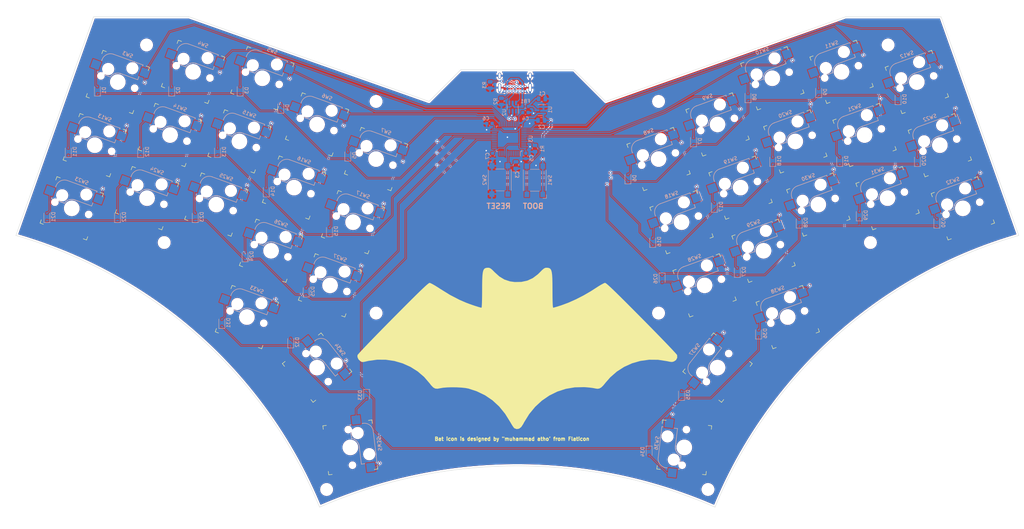
<source format=kicad_pcb>
(kicad_pcb (version 20221018) (generator pcbnew)
  (layers (0 "F.Cu" signal) (31 "B.Cu" signal) (34 "B.Paste" user) (35 "F.Paste" user) (36 "B.SilkS" user "B.Silkscreen") (37 "F.SilkS" user "F.Silkscreen") (38 "B.Mask" user) (39 "F.Mask" user) (44 "Edge.Cuts" user))
  (net 0 "")
  (net 1 "VBUS")
  (net 2 "GND")
  (net 3 "+3.3V")
  (net 4 "RESET")
  (net 5 "Row:1")
  (net 6 "Net-(D1-A)")
  (net 7 "Net-(D2-A)")
  (net 8 "Net-(D3-A)")
  (net 9 "Net-(D4-A)")
  (net 10 "Net-(D5-A)")
  (net 11 "Net-(D6-A)")
  (net 12 "Net-(D7-A)")
  (net 13 "Net-(D8-A)")
  (net 14 "Net-(D9-A)")
  (net 15 "Net-(D10-A)")
  (net 16 "Net-(D11-A)")
  (net 17 "Net-(D12-A)")
  (net 18 "Row:2")
  (net 19 "Net-(D13-A)")
  (net 20 "Net-(D14-A)")
  (net 21 "Net-(D15-A)")
  (net 22 "Net-(D16-A)")
  (net 23 "Net-(D17-A)")
  (net 24 "Net-(D18-A)")
  (net 25 "Net-(D19-A)")
  (net 26 "Net-(D20-A)")
  (net 27 "Net-(D21-A)")
  (net 28 "Net-(D22-A)")
  (net 29 "Net-(D23-A)")
  (net 30 "Net-(D24-A)")
  (net 31 "Row:3")
  (net 32 "Net-(D25-A)")
  (net 33 "Net-(D26-A)")
  (net 34 "Net-(D27-A)")
  (net 35 "Net-(D28-A)")
  (net 36 "Net-(D29-A)")
  (net 37 "Net-(D30-A)")
  (net 38 "Net-(D31-A)")
  (net 39 "Net-(D32-A)")
  (net 40 "Net-(D33-A)")
  (net 41 "Net-(D34-A)")
  (net 42 "Net-(D35-A)")
  (net 43 "Net-(D36-A)")
  (net 44 "Row:4")
  (net 45 "+5V")
  (net 46 "Net-(J1-CC1)")
  (net 47 "D+BUS")
  (net 48 "D-BUS")
  (net 50 "Net-(J1-CC2)")
  (net 52 "BOOT0")
  (net 53 "Col:1")
  (net 54 "Col:2")
  (net 55 "Col:3")
  (net 56 "Col:4")
  (net 57 "Col:5")
  (net 58 "Col:6")
  (net 59 "Col:7")
  (net 60 "Col:8")
  (net 61 "Col:9")
  (net 62 "Col:10")
  (net 63 "D-")
  (net 64 "D+")
  (footprint "keyswitches:Kailh_socket_MX" (layer "F.Cu") (at 63.219 29.43 20)
    (fp_text reference "SW19")
    (fp_text value "SW_SPST")
  )
  (footprint "keyswitches:Kailh_socket_MX" (layer "F.Cu") (at -53.031 57.136 -20)
    (fp_text reference "SW27")
    (fp_text value "SW_SPST")
  )
  (footprint "MountingHole:MountingHole_3.2mm_M3_DIN965" (layer "F.Cu") (at 105 -11)
    (fp_text reference "H3" hide)
    (fp_text value "M3" hide)
  )
  (footprint "keyswitches:Kailh_socket_MX" (layer "F.Cu") (at -72.211 -1.564 -20)
    (fp_text reference "SW5")
    (fp_text value "SW_SPST")
  )
  (footprint "keyswitches:Kailh_socket_MX" (layer "F.Cu") (at 46.515 39.234 20)
    (fp_text reference "SW18")
    (fp_text value "SW_SPST")
  )
  (footprint "keyswitches:Kailh_socket_MX" (layer "F.Cu") (at 113.143 -0.5 20)
    (fp_text reference "SW12")
    (fp_text value "SW_SPST")
  )
  (footprint "keyswitches:Kailh_socket_MX" (layer "F.Cu") (at 72.211 -1.564 20)
    (fp_text reference "SW10")
    (fp_text value "SW_SPST")
  )
  (footprint "MountingHole:MountingHole_3.2mm_M3_DIN965" (layer "F.Cu") (at -100 45)
    (fp_text reference "H8" hide)
    (fp_text value "M3" hide)
  )
  (footprint "keyswitches:Kailh_socket_MX" (layer "F.Cu") (at 91.822 -3.381 20)
    (fp_text reference "SW11")
    (fp_text value "SW_SPST")
  )
  (footprint "keyswitches:Kailh_socket_MX" (layer "F.Cu") (at -63.22 29.43 -20)
    (fp_text reference "SW16")
    (fp_text value "SW_SPST")
  )
  (footprint "keyswitches:Kailh_socket_MX" (layer "F.Cu") (at -91.823 -3.381 -20)
    (fp_text reference "SW4")
    (fp_text value "SW_SPST")
  )
  (footprint "keyswitches:Kailh_socket_MX" (layer "F.Cu") (at -98.338 14.52 -20)
    (fp_text reference "SW14")
    (fp_text value "SW_SPST")
  )
  (footprint "keyswitches:Kailh_socket_MX" (layer "F.Cu") (at -85.242 34.238 -20)
    (fp_text reference "SW25")
    (fp_text value "SW_SPST")
  )
  (footprint "keyswitches:Kailh_socket_MX" (layer "F.Cu") (at 40 21.333 20)
    (fp_text reference "SW8")
    (fp_text value "SW_SPST")
  )
  (footprint "keyswitches:Kailh_socket_MX" (layer "F.Cu") (at -78.695 16.337 -20)
    (fp_text reference "SW15")
    (fp_text value "SW_SPST")
  )
  (footprint "keyswitches:Kailh_socket_MX" (layer "F.Cu") (at 53.031 57.136 20)
    (fp_text reference "SW28")
    (fp_text value "SW_SPST")
  )
  (footprint "keyswitches:Kailh_socket_MX" (layer "F.Cu") (at -113.144 -0.5 -20)
    (fp_text reference "SW3")
    (fp_text value "SW_SPST")
  )
  (footprint "MountingHole:MountingHole_3.2mm_M3_DIN965" (layer "F.Cu") (at -40 65)
    (fp_text reference "H6" hide)
    (fp_text value "M3" hide)
  )
  (footprint "keyswitches:Kailh_socket_MX" (layer "F.Cu") (at 78.726 16.337 20)
    (fp_text reference "SW20")
    (fp_text value "SW_SPST")
  )
  (footprint "MountingHole:MountingHole_3.2mm_M3_DIN965" (layer "F.Cu") (at -105 -11)
    (fp_text reference "H1" hide)
    (fp_text value "M3" hide)
  )
  (footprint "keyswitches:Kailh_socket_MX" (layer "F.Cu") (at -56.704 80.455 -51.59)
    (fp_text reference "SW34")
    (fp_text value "SW_SPST")
  )
  (footprint "keyswitches:Kailh_socket_MX" (layer "F.Cu") (at 76.575 66.125 20)
    (fp_text reference "SW38")
    (fp_text value "SW_SPST")
  )
  (footprint "keyswitches:Kailh_socket_MX" (layer "F.Cu") (at -69.735 47.331 -20)
    (fp_text reference "SW26")
    (fp_text value "SW_SPST")
  )
  (footprint "keyswitches:Kailh_socket_MX" (layer "F.Cu") (at -104.854 32.421 -20)
    (fp_text reference "SW24")
    (fp_text value "SW_SPST")
  )
  (footprint "MountingHole:MountingHole_3.2mm_M3_DIN965" (layer "F.Cu") (at -40 5)
    (fp_text reference "H7" hide)
    (fp_text value "M3" hide)
  )
  (footprint "keyswitches:Kailh_socket_MX" (layer "F.Cu") (at 119.659 17.401 20)
    (fp_text reference "SW22")
    (fp_text value "SW_SPST")
  )
  (footprint "keyswitches:Kailh_socket_MX" (layer "F.Cu") (at -76.576 66.125 -20)
    (fp_text reference "SW33")
    (fp_text value "SW_SPST")
  )
  (footprint "keyswitches:Kailh_socket_MX" (layer "F.Cu") (at 126.174 35.302 20)
    (fp_text reference "SW32")
    (fp_text value "SW_SPST")
  )
  (footprint "keyswitches:Kailh_socket_MX" (layer "F.Cu") (at 56.703 80.455 51.59)
    (fp_text reference "SW37")
    (fp_text value "SW_SPST")
  )
  (footprint "keyswitches:Kailh_socket_MX" (layer "F.Cu") (at 56.704 11.529 20)
    (fp_text reference "SW9")
    (fp_text value "SW_SPST")
  )
  (footprint "keyswitches:Kailh_socket_MX" (layer "F.Cu") (at -56.704 11.529 -20)
    (fp_text reference "SW6")
    (fp_text value "SW_SPST")
  )
  (footprint "keyswitches:Kailh_socket_MX" (layer "F.Cu") (at -40 21.333 -20)
    (fp_text reference "SW7")
    (fp_text value "SW_SPST")
  )
  (footprint "MountingHole:MountingHole_3.2mm_M3_DIN965" (layer "F.Cu") (at 100 45)
    (fp_text reference "H5" hide)
    (fp_text value "M3" hide)
  )
  (footprint "MountingHole:MountingHole_3.2mm_M3_DIN965" (layer "F.Cu") (at 40 65)
    (fp_text reference "H4" hide)
    (fp_text value "M3" hide)
  )
  (footprint "keyswitches:Kailh_socket_MX" (layer "F.Cu") (at 104.853 32.421 20)
    (fp_text reference "SW31")
    (fp_text value "SW_SPST")
  )
  (footprint "keyswitches:Kailh_socket_MX" (layer "F.Cu") (at -119.66 17.401 -20)
    (fp_text reference "SW13")
    (fp_text value "SW_SPST")
  )
  (footprint "keyswitches:Kailh_socket_MX" (layer "F.Cu") (at 85.242 34.238 20)
    (fp_text reference "SW30")
    (fp_text value "SW_SPST")
  )
  (footprint "keyswitches:Kailh_socket_MX" (layer "F.Cu") (at 98.337 14.52 20)
    (fp_text reference "SW21")
    (fp_text value "SW_SPST")
  )
  (footprint "keyswitches:Kailh_socket_MX" (layer "F.Cu") (at 69.735 47.331 20)
    (fp_text reference "SW29")
    (fp_text value "SW_SPST")
  )
  (footprint "MountingHole:MountingHole_3.2mm_M3_DIN965" (layer "F.Cu") (at 40 5)
    (fp_text reference "H2" hide)
    (fp_text value "M3" hide)
  )
  (footprint "Logo:Bat front" (layer "F.Cu") (at 0 75)
    (fp_text reference "G***")
    (fp_text value "LOGO" hide)
  )
  (footprint "keyswitches:Kailh_socket_MX" (layer "F.Cu") (at -47.285 103.072 -83.19)
    (fp_text reference "SW35")
    (fp_text value "SW_SPST")
  )
  (footprint "keyswitches:Kailh_socket_MX" (layer "F.Cu") (at -46.516 39.234 -20)
    (fp_text reference "SW17")
    (fp_text value "SW_SPST")
  )
  (footprint "MountingHole:MountingHole_3.2mm_M3_DIN965" (layer "F.Cu") (at 54 115)
    (fp_text reference "H10" hide)
    (fp_text value "M3" hide)
  )
  (footprint "keyswitches:Kailh_socket_MX" (layer "F.Cu") (at 47.284 103.072 83.19)
    (fp_text reference "SW36")
    (fp_text value "SW_SPST")
  )
  (footprint "keyswitches:Kailh_socket_MX" (layer "F.Cu") (at -126.175 35.302 -20)
    (fp_text reference "SW23")
    (fp_text value "SW_SPST")
  )
  (footprint "MountingHole:MountingHole_3.2mm_M3_DIN965" (layer "F.Cu") (at -54 115)
    (fp_text reference "H9" hide)
    (fp_text value "M3" hide)
  )
  (footprint "Diode_SMD:D_SOD-323" (layer "B.Cu") (at -59.8 58.85 90)
    (fp_text reference "D25")
    (fp_text value "1N5819WS")
  )
  (footprint "Diode_SMD:D_SOD-323" (layer "B.Cu") (at 31.325 26.75 90)
    (fp_text reference "D6")
    (fp_text value "1N5819WS")
  )
  (footprint "Diode_SMD:D_SOD-323" (layer "B.Cu") (at 96.84 37.24 90)
    (fp_text reference "D29")
    (fp_text value "1N5819WS")
  )
  (footprint "Diode_SMD:D_SOD-323" (layer "B.Cu") (at 49.9 16.25 90)
    (fp_text reference "D7")
    (fp_text value "1N5819WS")
  )
  (footprint "Diode_SMD:D_SOD-323" (layer "B.Cu") (at 85.325 2.3125 90)
    (fp_text reference "D9")
    (fp_text value "1N5819WS")
  )
  (footprint "Diode_SMD:D_SOD-323" (layer "B.Cu") (at -133.22125 37.7125 90)
    (fp_text reference "D21")
    (fp_text value "1N5819WS")
  )
  (footprint "Button_Switch_SMD:SW_SPST_Omron_B3FS-100xP" (layer "B.Cu") (at -4.95 27.25 -90)
    (fp_text reference "SW2")
    (fp_text value "B3FS-1002P")
  )
  (footprint "Diode_SMD:D_SOD-323" (layer "B.Cu") (at 107.825 4.3125 90)
    (fp_text reference "D10")
    (fp_text value "1N5819WS")
  )
  (footprint "Resistor_SMD:R_0805_2012Metric" (layer "B.Cu") (at 5 18.35 90)
    (fp_text reference "R1")
    (fp_text value "10k")
  )
  (footprint "Capacitor_SMD:C_0805_2012Metric" (layer "B.Cu") (at -0.4 23.05 90)
    (fp_text reference "C3")
    (fp_text value "1uF")
  )
  (footprint "Capacitor_SMD:C_0603_1608Metric" (layer "B.Cu") (at 2.3 8.15)
    (fp_text reference "C4")
    (fp_text value "100nF")
  )
  (footprint "Diode_SMD:D_SOD-323" (layer "B.Cu") (at 62.325 53.25 90)
    (fp_text reference "D27")
    (fp_text value "1N5819WS")
  )
  (footprint "Package_TO_SOT_SMD:SOT-23-6" (layer "B.Cu") (at -1.322548 6.586744 90)
    (fp_text reference "U2")
    (fp_text value "USBLC6-2SC6")
  )
  (footprint "Diode_SMD:D_SOD-323" (layer "B.Cu") (at 118.825 39.3125 90)
    (fp_text reference "D30")
    (fp_text value "1N5819WS")
  )
  (footprint "Button_Switch_SMD:SW_SPST_Omron_B3FS-100xP" (layer "B.Cu") (at 4.95 27.35 90)
    (fp_text reference "SW1")
    (fp_text value "B3FS-1002P")
  )
  (footprint "Capacitor_SMD:C_0805_2012Metric" (layer "B.Cu") (at 6.977452 4.25)
    (fp_text reference "C1")
    (fp_text value "1uF")
  )
  (footprint "Diode_SMD:D_SOD-323" (layer "B.Cu") (at -127.175 19.25 90)
    (fp_text reference "D11")
    (fp_text value "1N5819WS")
  )
  (footprint "Diode_SMD:D_SOD-323" (layer "B.Cu") (at 79.825 39.3125 90)
    (fp_text reference "D28")
    (fp_text value "1N5819WS")
  )
  (footprint "Diode_SMD:D_SOD-323" (layer "B.Cu") (at 55.825 34.8125 90)
    (fp_text reference "D17")
    (fp_text value "1N5819WS")
  )
  (footprint "Diode_SMD:D_SOD-323" (layer "B.Cu") (at 41 55.25 -90)
    (fp_text reference "D26")
    (fp_text value "1N5819WS")
  )
  (footprint "Diode_SMD:D_SOD-323" (layer "B.Cu") (at -48 20.32 90)
    (fp_text reference "D5")
    (fp_text value "1N5819WS")
  )
  (footprint "Diode_SMD:D_SOD-323" (layer "B.Cu") (at -83.675 67.75 90)
    (fp_text reference "D31")
    (fp_text value "1N5819WS")
  )
  (footprint "Connector_USB:USB_C_Receptacle_GCT_USB4085" (layer "B.Cu") (at -3.672524 2.076744)
    (fp_text reference "J1" hide)
    (fp_text value "USB_C_Receptacle_USB2.0")
  )
  (footprint "Diode_SMD:D_SOD-323" (layer "B.Cu") (at 46.5 88.15 90)
    (fp_text reference "D35")
    (fp_text value "1N5819WS")
  )
  (footprint "Capacitor_SMD:C_0603_1608Metric" (layer "B.Cu") (at -7.9 11.25 180)
    (fp_text reference "C6")
    (fp_text value "100nF")
  )
  (footprint "Diode_SMD:D_SOD-323" (layer "B.Cu") (at -53.2 41.75 90)
    (fp_text reference "D15")
    (fp_text value "1N5819WS")
  )
  (footprint "Diode_SMD:D_SOD-323" (layer "B.Cu") (at -67 6.75 90)
    (fp_text reference "D4")
    (fp_text value "1N5819WS")
  )
  (footprint "Diode_SMD:D_SOD-323" (layer "B.Cu") (at -78.5 1.85 90)
    (fp_text reference "D3")
    (fp_text value "1N5819WS")
  )
  (footprint "Diode_SMD:D_SOD-323" (layer "B.Cu") (at -118.9 1.85 90)
    (fp_text reference "D1")
    (fp_text value "1N5819WS")
  )
  (footprint "Diode_SMD:D_SOD-323" (layer "B.Cu") (at 68.325 70.75 90)
    (fp_text reference "D36")
    (fp_text value "1N5819WS")
  )
  (footprint "Diode_SMD:D_SOD-323" (layer "B.Cu") (at 113.325 21.8125 90)
    (fp_text reference "D20")
    (fp_text value "1N5819WS")
  )
  (footprint "Diode_SMD:D_SOD-323" (layer "B.Cu") (at -97.9 1.85 90)
    (fp_text reference "D2")
    (fp_text value "1N5819WS")
  )
  (footprint "Diode_SMD:D_SOD-323" (layer "B.Cu") (at -106.675 19.25 90)
    (fp_text reference "D12")
    (fp_text value "1N5819WS")
  )
  (footprint "Resistor_SMD:R_0603_1608Metric" (layer "B.Cu") (at 2.2625 6.386744)
    (fp_text reference "FB1")
    (fp_text value "BLM18HE152SH1")
  )
  (footprint "Diode_SMD:D_SOD-323" (layer "B.Cu") (at 38.325 44.75 90)
    (fp_text reference "D16")
    (fp_text value "1N5819WS")
  )
  (footprint "Diode_SMD:D_SOD-323" (layer "B.Cu") (at 65.325 3.75 90)
    (fp_text reference "D8")
    (fp_text value "1N5819WS")
  )
  (footprint "Resistor_SMD:R_0805_2012Metric" (layer "B.Cu") (at -4.5 4.986744 -90)
    (fp_text reference "R2")
    (fp_text value "5.1k")
  )
  (footprint "Diode_SMD:D_SOD-323" (layer "B.Cu") (at -71.1 30.45 90)
    (fp_text reference "D14")
    (fp_text value "1N5819WS")
  )
  (footprint "Capacitor_SMD:C_0805_2012Metric" (layer "B.Cu") (at 6.8 10.35 180)
    (fp_text reference "C2")
    (fp_text value "1uF")
  )
  (footprint "Diode_SMD:D_SOD-323" (layer "B.Cu") (at 37.325 104.3125 -90)
    (fp_text reference "D34")
    (fp_text value "1N5819WS")
  )
  (footprint "Package_QFP:LQFP-48_7x7mm_P0.5mm" (layer "B.Cu") (at -2.322548 15.586744 90)
    (fp_text reference "U3")
    (fp_text value "STM32F072C8Tx")
  )
  (footprint "Capacitor_SMD:C_0603_1608Metric" (layer "B.Cu") (at 2.4 20.45 -90)
    (fp_text reference "C5")
    (fp_text value "100nF")
  )
  (footprint "Diode_SMD:D_SOD-323" (layer "B.Cu") (at -64.175 73.25 90)
    (fp_text reference "D32")
    (fp_text value "1N5819WS")
  )
  (footprint "Capacitor_SMD:C_0603_1608Metric" (layer "B.Cu") (at -7 20.45 -90)
    (fp_text reference "C7")
    (fp_text value "100nF")
  )
  (footprint "Diode_SMD:D_SOD-323" (layer "B.Cu") (at -42.675 88.25 -90)
    (fp_text reference "D33")
    (fp_text value "1N5819WS")
  )
  (footprint "Resistor_SMD:R_0805_2012Metric" (layer "B.Cu") (at -7.7 0.35 -90)
    (fp_text reference "R3")
    (fp_text value "5.1k")
  )
  (footprint "Diode_SMD:D_SOD-323" (layer "B.Cu") (at -91.22125 37.7125 90)
    (fp_text reference "D23")
    (fp_text value "1N5819WS")
  )
  (footprint "Diode_SMD:D_SOD-323" (layer "B.Cu") (at -84.9 19.25 90)
    (fp_text reference "D13")
    (fp_text value "1N5819WS")
  )
  (footprint "Package_TO_SOT_SMD:SOT-23" (layer "B.Cu") (at 6.477452 7.486744 180)
    (fp_text reference "U1")
    (fp_text value "MCP1700x-330xxTT")
  )
  (footprint "Diode_SMD:D_SOD-323" (layer "B.Cu") (at 91.325 21.8125 90)
    (fp_text reference "D19")
    (fp_text value "1N5819WS")
  )
  (footprint "Diode_SMD:D_SOD-323" (layer "B.Cu") (at 72.325 21.8125 90)
    (fp_text reference "D18")
    (fp_text value "1N5819WS")
  )
  (footprint "Diode_SMD:D_SOD-323" (layer "B.Cu") (at -113.22125 37.7125 90)
    (fp_text reference "D22")
    (fp_text value "1N5819WS")
  )
  (footprint "Diode_SMD:D_SOD-323" (layer "B.Cu") (at -77.1 48.85 90)
    (fp_text reference "D24")
    (fp_text value "1N5819WS")
  )
  (gr_line (start -93 -19) (end -120 -19) (stroke (width 0.1)) (layer "Edge.Cuts"))
  (gr_arc (start -56 120) (mid 0 108.305314) (end 56 120) (stroke (width 0.1)) (layer "Edge.Cuts"))
  (gr_line (start 120 -19) (end 142 43) (stroke (width 0.1)) (layer "Edge.Cuts"))
  (gr_line (start 93 -19) (end 120 -19) (stroke (width 0.1)) (layer "Edge.Cuts"))
  (gr_line (start 25 5) (end 16 -4) (stroke (width 0.1)) (layer "Edge.Cuts"))
  (gr_line (start -93 -19) (end -25 5) (stroke (width 0.1)) (layer "Edge.Cuts"))
  (gr_arc (start 56 120) (mid 90.177325 71.646103) (end 142 43) (stroke (width 0.1)) (layer "Edge.Cuts"))
  (gr_line (start -16 -4) (end 16 -4) (stroke (width 0.1)) (layer "Edge.Cuts"))
  (gr_line (start -25 5) (end -16 -4) (stroke (width 0.1)) (layer "Edge.Cuts"))
  (gr_arc (start -142 43) (mid -90.177321 71.646107) (end -56 120) (stroke (width 0.1)) (layer "Edge.Cuts"))
  (gr_line (start -120 -19) (end -142 43) (stroke (width 0.1)) (layer "Edge.Cuts"))
  (gr_line (start 25 5) (end 93 -19) (stroke (width 0.1)) (layer "Edge.Cuts"))
  (gr_text "RESET" (at -1.7 35.55) (layer "B.SilkS") (effects (font (size 1.5 1.5) (thickness 0.3) bold) (justify left bottom mirror)))
  (gr_text "BOOT" (at 7.6 35.55) (layer "B.SilkS") (effects (font (size 1.5 1.5) (thickness 0.3) bold) (justify left bottom mirror)))
  (gr_text "Bat icon is designed by {dblquote}muhammad atho' from Flaticon" (at -1.5 101.25) (layer "F.SilkS") (effects (font (size 1 1) (thickness 0.25) bold) (justify bottom)))
  (segment (start -1.322548 6.010272) (end -0.771076 6.561744) (width 0.5) (layer "B.Cu") (net 1))
  (segment (start 1.427476 -0.363232) (end 1.427476 0.726744) (width 0.5) (layer "B.Cu") (net 1))
  (segment (start -1.322548 5.449244) (end -1.322548 6.010272) (width 0.5) (layer "B.Cu") (net 1))
  (segment (start 1.2625 6.561744) (end 1.4375 6.386744) (width 0.5) (layer "B.Cu") (net 1))
  (segment (start -2.822524 0.726744) (end -2.822524 -0.413232) (width 0.5) (layer "B.Cu") (net 1))
  (segment (start -2.822524 0.726744) (end -2.822524 2.076744) (width 0.5) (layer "B.Cu") (net 1))
  (segment (start -2.822524 -0.413232) (end -1.785756 -1.45) (width 0.5) (layer "B.Cu") (net 1))
  (segment (start -1.785756 -1.45) (end 0.340708 -1.45) (width 0.5) (layer "B.Cu") (net 1))
  (segment (start 1.427476 0.726744) (end 1.427476 2.076744) (width 0.5) (layer "B.Cu") (net 1))
  (segment (start 1.427476 2.076744) (end 1.427476 6.37672) (width 0.5) (layer "B.Cu") (net 1))
  (segment (start -0.771076 6.561744) (end 1.2625 6.561744) (width 0.5) (layer "B.Cu") (net 1))
  (segment (start 0.340708 -1.45) (end 1.427476 -0.363232) (width 0.5) (layer "B.Cu") (net 1))
  (segment (start 1.427476 6.37672) (end 1.4375 6.386744) (width 0.5) (layer "B.Cu") (net 1))
  (segment (start 3.62422 1.1) (end 3.627476 1.096744) (width 0.5) (layer "F.Cu") (net 2))
  (segment (start -5.019268 1.1) (end -5.022524 1.096744) (width 0.5) (layer "F.Cu") (net 2))
  (segment (start -3.672524 0.726744) (end -3.672524 1.085024) (width 0.5) (layer "F.Cu") (net 2))
  (segment (start -3.672524 1.085024) (end -3.6875 1.1) (width 0.5) (layer "F.Cu") (net 2))
  (segment (start 2.277476 2.076744) (end 2.277476 0.726744) (width 0.5) (layer "F.Cu") (net 2))
  (segment (start 2.277476 1.064976) (end 2.3125 1.1) (width 0.5) (layer "F.Cu") (net 2))
  (segment (start 2.3125 1.1) (end 3.62422 1.1) (width 0.5) (layer "F.Cu") (net 2))
  (segment (start 2.277476 0.726744) (end 2.277476 1.064976) (width 0.5) (layer "F.Cu") (net 2))
  (segment (start -3.672524 2.076744) (end -3.672524 0.726744) (width 0.5) (layer "F.Cu") (net 2))
  (segment (start -3.6875 1.1) (end -5.019268 1.1) (width 0.5) (layer "F.Cu") (net 2))
  (via (at -0.6 12.75) (size 0.8) (drill 0.4) (layers "F.Cu" "B.Cu") (net 2))
  (via (at -8.7 13.05) (size 0.8) (drill 0.4) (layers "F.Cu" "B.Cu") (net 2))
  (via (at 4.6 8.35) (size 0.8) (drill 0.4) (layers "F.Cu" "B.Cu") (net 2))
  (via (at -2.8 15.15) (size 0.8) (drill 0.4) (layers "F.Cu" "B.Cu") (net 2))
  (via (at 3.6 17.85) (size 0.8) (drill 0.4) (layers "F.Cu" "B.Cu") (net 2))
  (via (at -4.9 22.05) (size 0.8) (drill 0.4) (layers "F.Cu" "B.Cu") (net 2))
  (via (at 5.3 23.15) (size 0.8) (drill 0.4) (layers "F.Cu" "B.Cu") (net 2))
  (via (at 3.5 11.25) (size 0.8) (drill 0.4) (layers "F.Cu" "B.Cu") (net 2))
  (via (at 1.1 22.05) (size 0.8) (drill 0.4) (layers "F.Cu" "B.Cu") (net 2))
  (via (at -8.8 18.95) (size 0.8) (drill 0.4) (layers "F.Cu" "B.Cu") (net 2))
  (via (at -1.6 8.95) (size 0.8) (drill 0.4) (layers "F.Cu" "B.Cu") (net 2))
  (segment (start -1.6 8.95) (end -1.322548 8.672548) (width 0.25) (layer "B.Cu") (net 2))
  (segment (start -0.6 12.75) (end -0.072548 12.222548) (width 0.25) (layer "B.Cu") (net 2))
  (segment (start -1.322548 8.672548) (end -1.322548 7.724244) (width 0.25) (layer "B.Cu") (net 2))
  (segment (start -0.072548 12.222548) (end -0.072548 11.424244) (width 0.25) (layer "B.Cu") (net 2))
  (segment (start 9.5 12.25) (end 7.227452 14.522548) (width 0.5) (layer "F.Cu") (net 3))
  (segment (start 9.5 10.35) (end 9.5 12.25) (width 0.5) (layer "F.Cu") (net 3))
  (segment (start 7.227452 21.322548) (end 7.2 21.35) (width 0.5) (layer "F.Cu") (net 3))
  (segment (start 7.227452 14.522548) (end 7.227452 21.322548) (width 0.5) (layer "F.Cu") (net 3))
  (via (at 9.5 10.35) (size 0.8) (drill 0.4) (layers "F.Cu" "B.Cu") (net 3))
  (via (at 7.2 21.35) (size 0.8) (drill 0.4) (layers "F.Cu" "B.Cu") (net 3))
  (segment (start 7.227452 23.4) (end 7.227452 31.322548) (width 0.5) (layer "B.Cu") (net 3))
  (segment (start -3.522548 17.986744) (end -2.668704 17.1329) (width 0.25) (layer "B.Cu") (net 3))
  (segment (start -4.572548 12.836744) (end -6.485048 12.836744) (width 0.25) (layer "B.Cu") (net 3))
  (segment (start 7.75 10.35) (end 9.5 10.35) (width 0.5) (layer "B.Cu") (net 3))
  (segment (start 7.227452 31.322548) (end 7.2 31.35) (width 0.5) (layer "B.Cu") (net 3))
  (segment (start -6.036744 18.711744) (end -5.698284 18.711744) (width 0.25) (layer "B.Cu") (net 3))
  (segment (start -3.572548 19.749244) (end -3.572548 18.463256) (width 0.25) (layer "B.Cu") (net 3))
  (segment (start 0.427452 9.247548) (end 1.525 8.15) (width 0.25) (layer "B.Cu") (net 3))
  (segment (start 2.4 19.675) (end 2.4 18.896792) (width 0.25) (layer "B.Cu") (net 3))
  (segment (start 7.2 21.35) (end 7.2 23.35) (width 0.5) (layer "B.Cu") (net 3))
  (segment (start -7 19.675) (end -6.036744 18.711744) (width 0.25) (layer "B.Cu") (net 3))
  (segment (start -0.206815 13.55) (end -3.859292 13.55) (width 0.25) (layer "B.Cu") (net 3))
  (segment (start -6.485048 11.889952) (end -7.125 11.25) (width 0.25) (layer "B.Cu") (net 3))
  (segment (start -3.785804 18.25) (end -3.572548 18.036744) (width 0.25) (layer "B.Cu") (net 3))
  (segment (start 7.414952 8.436744) (end 7.414952 10.014952) (width 0.5) (layer "B.Cu") (net 3))
  (segment (start 0.623608 17.740588) (end 0.623608 17.1329) (width 0.25) (layer "B.Cu") (net 3))
  (segment (start 0.427452 11.424244) (end 0.427452 9.247548) (width 0.25) (layer "B.Cu") (net 3))
  (segment (start 1.2 11.15) (end 0.701696 11.15) (width 0.5) (layer "B.Cu") (net 3))
  (segment (start 0.63953 18.113465) (end 0.63953 17.75651) (width 0.25) (layer "B.Cu") (net 3))
  (segment (start 0.60337 12.739815) (end 1.493185 11.85) (width 0.25) (layer "B.Cu") (net 3))
  (segment (start 0.862809 18.336744) (end 1.839952 18.336744) (width 0.25) (layer "B.Cu") (net 3))
  (segment (start 5.813256 8.436744) (end 4.8 9.45) (width 0.5) (layer "B.Cu") (net 3))
  (segment (start 7.414952 10.014952) (end 7.75 10.35) (width 0.5) (layer "B.Cu") (net 3))
  (segment (start 0.60337 12.739815) (end -0.206815 13.55) (width 0.25) (layer "B.Cu") (net 3))
  (segment (start 4.8 9.45) (end 2.9 9.45) (width 0.5) (layer "B.Cu") (net 3))
  (segment (start 0.701696 11.15) (end 0.427452 11.424244) (width 0.25) (layer "B.Cu") (net 3))
  (segment (start -3.572548 18.036744) (end -3.522548 17.986744) (width 0.25) (layer "B.Cu") (net 3))
  (segment (start -3.572548 18.463256) (end -3.785804 18.25) (width 0.25) (layer "B.Cu") (net 3))
  (segment (start 7.414952 8.436744) (end 5.813256 8.436744) (width 0.5) (layer "B.Cu") (net 3))
  (segment (start -6.485048 12.836744) (end -6.485048 11.889952) (width 0.25) (layer "B.Cu") (net 3))
  (segment (start 0.623608 12.760053) (end 0.623608 17.1329) (width 0.25) (layer "B.Cu") (net 3))
  (segment (start 0.63953 18.113465) (end 0.862809 18.336744) (width 0.25) (layer "B.Cu") (net 3))
  (segment (start -5.23654 18.25) (end -3.785804 18.25) (width 0.25) (layer "B.Cu") (net 3))
  (segment (start 1.493185 11.85) (end 1.493185 11.443185) (width 0.25) (layer "B.Cu") (net 3))
  (segment (start -5.698284 18.711744) (end -5.23654 18.25) (width 0.25) (layer "B.Cu") (net 3))
  (segment (start 0.63953 17.75651) (end 0.623608 17.740588) (width 0.25) (layer "B.Cu") (net 3))
  (segment (start 2.9 9.45) (end 1.2 11.15) (width 0.5) (layer "B.Cu") (net 3))
  (segment (start 0.60337 12.739815) (end 0.623608 12.760053) (width 0.25) (layer "B.Cu") (net 3))
  (segment (start -3.859292 13.55) (end -4.572548 12.836744) (width 0.25) (layer "B.Cu") (net 3))
  (segment (start 1.493185 11.443185) (end 1.2 11.15) (width 0.25) (layer "B.Cu") (net 3))
  (segment (start 2.4 18.896792) (end 1.839952 18.336744) (width 0.25) (layer "B.Cu") (net 3))
  (segment (start -2.668704 17.1329) (end 0.623608 17.1329) (width 0.25) (layer "B.Cu") (net 3))
  (segment (start -0.4 22.1) (end -1.55 23.25) (width 0.25) (layer "B.Cu") (net 4))
  (segment (start -2.572548 23.2) (end -2.772548 23.4) (width 0.25) (layer "B.Cu") (net 4))
  (segment (start -2.772548 31.177452) (end -2.7 31.25) (width 0.25) (layer "B.Cu") (net 4))
  (segment (start -1.55 23.25) (end -2.7 23.25) (width 0.25) (layer "B.Cu") (net 4))
  (segment (start -2.772548 23.4) (end -2.772548 31.177452) (width 0.25) (layer "B.Cu") (net 4))
  (segment (start -2.572548 19.749244) (end -2.572548 23.2) (width 0.25) (layer "B.Cu") (net 4))
  (segment (start -22.7 16.35) (end -13.8 25.25) (width 0.25) (layer "F.Cu") (net 5))
  (segment (start -13.8 25.25) (end 26.4 25.25) (width 0.25) (layer "F.Cu") (net 5))
  (via (at 26.4 25.25) (size 0.8) (drill 0.4) (layers "F.Cu" "B.Cu") (net 5))
  (via (at -22.7 16.35) (size 0.8) (drill 0.4) (layers "F.Cu" "B.Cu") (net 5))
  (segment (start 26.4 25.25) (end 28.8875 25.25) (width 0.25) (layer "B.Cu") (net 5))
  (segment (start 104.1 3.25) (end 106.1 5.25) (width 0.25) (layer "B.Cu") (net 5))
  (segment (start -42.5075 26.75) (end -48 21.2575) (width 0.25) (layer "B.Cu") (net 5))
  (segment (start -22.7 16.35) (end -24.95 18.6) (width 0.25) (layer "B.Cu") (net 5))
  (segment (start -67 7.6875) (end -72.775 7.6875) (width 0.25) (layer "B.Cu") (net 5))
  (segment (start -20.686744 14.336744) (end -22.7 16.35) (width 0.25) (layer "B.Cu") (net 5))
  (segment (start -33.1 26.75) (end -42.5075 26.75) (width 0.25) (layer "B.Cu") (net 5))
  (segment (start 65.325 8.225) (end 65.325 4.6875) (width 0.25) (layer "B.Cu") (net 5))
  (segment (start 65.325 4.6875) (end 83.8875 4.6875) (width 0.25) (layer "B.Cu") (net 5))
  (segment (start 56.3625 17.1875) (end 65.325 8.225) (width 0.25) (layer "B.Cu") (net 5))
  (segment (start 28.8875 25.25) (end 31.325 27.6875) (width 0.25) (layer "B.Cu") (net 5))
  (segment (start -77.675 2.7875) (end -78.5 2.7875) (width 0.25) (layer "B.Cu") (net 5))
  (segment (start 49.9 17.1875) (end 56.3625 17.1875) (width 0.25) (layer "B.Cu") (net 5))
  (segment (start -48 21.2575) (end -53.43 21.2575) (width 0.25) (layer "B.Cu") (net 5))
  (segment (start 106.1 5.25) (end 107.825 5.25) (width 0.25) (layer "B.Cu") (net 5))
  (segment (start 31.325 27.6875) (end 39.4 27.6875) (width 0.25) (layer "B.Cu") (net 5))
  (segment (start -24.95 18.6) (end -33.1 26.75) (width 0.25) (layer "B.Cu") (net 5))
  (segment (start 85.325 3.25) (end 104.1 3.25) (width 0.25) (layer "B.Cu") (net 5))
  (segment (start 83.8875 4.6875) (end 85.325 3.25) (width 0.25) (layer "B.Cu") (net 5))
  (segment (start -53.43 21.2575) (end -67 7.6875) (width 0.25) (layer "B.Cu") (net 5))
  (segment (start -72.775 7.6875) (end -77.675 2.7875) (width 0.25) (layer "B.Cu") (net 5))
  (segment (start 39.4 27.6875) (end 49.9 17.1875) (width 0.25) (layer "B.Cu") (net 5))
  (segment (start -78.5 2.7875) (end -118.9 2.7875) (width 0.25) (layer "B.Cu") (net 5))
  (segment (start -6.485048 14.336744) (end -20.686744 14.336744) (width 0.25) (layer "B.Cu") (net 5))
  (segment (start -119.379345 -5.472492) (end -119.379345 0.433155) (width 0.25) (layer "B.Cu") (net 6))
  (segment (start -119.379345 0.433155) (end -118.9 0.9125) (width 0.25) (layer "B.Cu") (net 6))
  (segment (start -98.058345 -8.353492) (end -98.058345 0.25) (width 0.25) (layer "B.Cu") (net 7))
  (segment (start -98.058345 0.25) (end -97.9 0.8) (width 0.25) (layer "B.Cu") (net 7))
  (segment (start -78.446345 -6.536492) (end -78.5 0.8) (width 0.25) (layer "B.Cu") (net 8))
  (segment (start -66.255992 6.556508) (end -62.939345 6.556508) (width 0.25) (layer "B.Cu") (net 9))
  (segment (start -67 5.8125) (end -66.255992 6.556508) (width 0.25) (layer "B.Cu") (net 9))
  (segment (start -48 18.125163) (end -48 19.3825) (width 0.25) (layer "B.Cu") (net 10))
  (segment (start -46.235345 16.360508) (end -48 18.125163) (width 0.25) (layer "B.Cu") (net 10))
  (segment (start 31.325 25.8125) (end 32.027193 25.110307) (width 0.25) (layer "B.Cu") (net 11))
  (segment (start 32.027193 25.110307) (end 32.027193 21.531853) (width 0.25) (layer "B.Cu") (net 11))
  (segment (start 49.9 12.89666) (end 49.9 15.3125) (width 0.25) (layer "B.Cu") (net 12))
  (segment (start 48.731193 11.727853) (end 49.9 12.89666) (width 0.25) (layer "B.Cu") (net 12))
  (segment (start 65.325 -0.27834) (end 64.238193 -1.365147) (width 0.25) (layer "B.Cu") (net 13))
  (segment (start 65.325 2.8125) (end 65.325 -0.27834) (width 0.25) (layer "B.Cu") (net 13))
  (segment (start 85.325 1.375) (end 85.325 -1.70634) (width 0.25) (layer "B.Cu") (net 14))
  (segment (start 85.325 -1.70634) (end 83.849193 -3.182147) (width 0.25) (layer "B.Cu") (net 14))
  (segment (start 105.170193 0.720193) (end 105.170193 -0.301147) (width 0.25) (layer "B.Cu") (net 15))
  (segment (start 107.825 3.375) (end 105.170193 0.720193) (width 0.25) (layer "B.Cu") (net 15))
  (segment (start -125.895345 12.428508) (end -127.175 13.708163) (width 0.25) (layer "B.Cu") (net 16))
  (segment (start -127.175 13.708163) (end -127.175 18.3125) (width 0.25) (layer "B.Cu") (net 16))
  (segment (start -106.675 11.649163) (end -106.675 18.3125) (width 0.25) (layer "B.Cu") (net 17))
  (segment (start -104.573345 9.547508) (end -106.675 11.649163) (width 0.25) (layer "B.Cu") (net 17))
  (segment (start 26.5 26.65) (end -15.7 26.65) (width 0.25) (layer "F.Cu") (net 18))
  (segment (start -15.7 26.65) (end -22.75 19.6) (width 0.25) (layer "F.Cu") (net 18))
  (via (at -22.75 19.6) (size 0.8) (drill 0.4) (layers "F.Cu" "B.Cu") (net 18))
  (via (at 26.5 26.65) (size 0.8) (drill 0.4) (layers "F.Cu" "B.Cu") (net 18))
  (segment (start 55.825 35.75) (end 57.096826 34.478174) (width 0.25) (layer "B.Cu") (net 18))
  (segment (start -59.926218 42.6875) (end -70.926218 31.6875) (width 0.25) (layer "B.Cu") (net 18))
  (segment (start 72.325 22.75) (end 91.325 22.75) (width 0.25) (layer "B.Cu") (net 18))
  (segment (start -70.926218 31.6875) (end -82.426218 20.1875) (width 0.25) (layer "B.Cu") (net 18))
  (segment (start 34.7 42.0625) (end 38.325 45.6875) (width 0.25) (layer "B.Cu") (net 18))
  (segment (start -17.986744 14.836744) (end -6.485048 14.836744) (width 0.25) (layer "B.Cu") (net 18))
  (segment (start 26.5 26.65) (end 26.5 31.65) (width 0.25) (layer "B.Cu") (net 18))
  (segment (start -85.076863 20.364363) (end -126.998137 20.364363) (width 0.25) (layer "B.Cu") (net 18))
  (segment (start 63.771826 34.478174) (end 72.325 25.925) (width 0.25) (layer "B.Cu") (net 18))
  (segment (start 38.325 45.6875) (end 45.8875 45.6875) (width 0.25) (layer "B.Cu") (net 18))
  (segment (start -22.75 19.6) (end -17.986744 14.836744) (width 0.25) (layer "B.Cu") (net 18))
  (segment (start -35.4 32.25) (end -35.4 37.356393) (width 0.25) (layer "B.Cu") (net 18))
  (segment (start 34.7 39.85) (end 34.7 42.0625) (width 0.25) (layer "B.Cu") (net 18))
  (segment (start -35.4 37.356393) (end -40.731107 42.6875) (width 0.25) (layer "B.Cu") (net 18))
  (segment (start 91.325 22.75) (end 113.325 22.75) (width 0.25) (layer "B.Cu") (net 18))
  (segment (start -126.998137 20.364363) (end -127.175 20.1875) (width 0.25) (layer "B.Cu") (net 18))
  (segment (start -52.999879 42.6875) (end -59.926218 42.6875) (width 0.25) (layer "B.Cu") (net 18))
  (segment (start 57.096826 34.478174) (end 63.771826 34.478174) (width 0.25) (layer "B.Cu") (net 18))
  (segment (start -82.426218 20.1875) (end -84.9 20.1875) (width 0.25) (layer "B.Cu") (net 18))
  (segment (start 26.5 31.65) (end 34.7 39.85) (width 0.25) (layer "B.Cu") (net 18))
  (segment (start -84.9 20.1875) (end -85.076863 20.364363) (width 0.25) (layer "B.Cu") (net 18))
  (segment (start -22.75 19.6) (end -35.4 32.25) (width 0.25) (layer "B.Cu") (net 18))
  (segment (start 45.8875 45.6875) (end 55.825 35.75) (width 0.25) (layer "B.Cu") (net 18))
  (segment (start -40.731107 42.6875) (end -52.999879 42.6875) (width 0.25) (layer "B.Cu") (net 18))
  (segment (start 72.325 25.925) (end 72.325 22.75) (width 0.25) (layer "B.Cu") (net 18))
  (segment (start -84.9 18.2) (end -84.930345 11.364508) (width 0.25) (layer "B.Cu") (net 19))
  (segment (start -69.455345 24.457508) (end -71.1 26.102163) (width 0.25) (layer "B.Cu") (net 20))
  (segment (start -71.1 26.102163) (end -71.1 29.5125) (width 0.25) (layer "B.Cu") (net 20))
  (segment (start -52.751345 40.363845) (end -53.2 40.8125) (width 0.25) (layer "B.Cu") (net 21))
  (segment (start -52.751345 34.261508) (end -52.751345 40.363845) (width 0.25) (layer "B.Cu") (net 21))
  (segment (start 38.542193 39.432853) (end 38.542193 43.595307) (width 0.25) (layer "B.Cu") (net 22))
  (segment (start 38.542193 43.595307) (end 38.325 43.8125) (width 0.25) (layer "B.Cu") (net 22))
  (segment (start 55.246193 33.296193) (end 55.246193 29.628853) (width 0.25) (layer "B.Cu") (net 23))
  (segment (start 55.825 33.875) (end 55.246193 33.296193) (width 0.25) (layer "B.Cu") (net 23))
  (segment (start 72.325 18.10766) (end 72.325 20.875) (width 0.25) (layer "B.Cu") (net 24))
  (segment (start 70.753193 16.535853) (end 72.325 18.10766) (width 0.25) (layer "B.Cu") (net 24))
  (segment (start 90.364193 19.914193) (end 91.325 20.875) (width 0.25) (layer "B.Cu") (net 25))
  (segment (start 90.364193 14.718853) (end 90.364193 19.914193) (width 0.25) (layer "B.Cu") (net 25))
  (segment (start 111.686193 17.599853) (end 113.325 19.23866) (width 0.25) (layer "B.Cu") (net 26))
  (segment (start 113.325 19.23866) (end 113.325 20.875) (width 0.25) (layer "B.Cu") (net 26))
  (segment (start -132.410345 30.329508) (end -132.410345 35.964095) (width 0.25) (layer "B.Cu") (net 27))
  (segment (start -132.410345 35.964095) (end -133.22125 36.775) (width 0.25) (layer "B.Cu") (net 27))
  (segment (start -111.089345 27.448508) (end -113.22125 29.580413) (width 0.25) (layer "B.Cu") (net 28))
  (segment (start -113.22125 29.580413) (end -113.22125 36.775) (width 0.25) (layer "B.Cu") (net 28))
  (segment (start -91.477345 36.518905) (end -91.22125 36.775) (width 0.25) (layer "B.Cu") (net 29))
  (segment (start -91.477345 29.265508) (end -91.477345 36.518905) (width 0.25) (layer "B.Cu") (net 29))
  (segment (start -75.970345 42.358508) (end -77.1 43.488163) (width 0.25) (layer "B.Cu") (net 30))
  (segment (start -77.1 43.488163) (end -77.1 47.9125) (width 0.25) (layer "B.Cu") (net 30))
  (segment (start -17.3 28.45) (end -22.7 23.05) (width 0.25) (layer "F.Cu") (net 31))
  (segment (start 25.4 28.45) (end -17.3 28.45) (width 0.25) (layer "F.Cu") (net 31))
  (via (at 25.4 28.45) (size 0.8) (drill 0.4) (layers "F.Cu" "B.Cu") (net 31))
  (via (at -22.7 23.05) (size 0.8) (drill 0.4) (layers "F.Cu" "B.Cu") (net 31))
  (segment (start -22.7 23.05) (end -14.986744 15.336744) (width 0.25) (layer "B.Cu") (net 31))
  (segment (start -62.8625 59.6875) (end -72.925 49.625) (width 0.25) (layer "B.Cu") (net 31))
  (segment (start 79.825 44.425) (end 79.825 40.25) (width 0.25) (layer "B.Cu") (net 31))
  (segment (start -33.7 34.05) (end -33.7 47.35) (width 0.25) (layer "B.Cu") (net 31))
  (segment (start -133.088387 38.782863) (end -133.22125 38.65) (width 0.25) (layer "B.Cu") (net 31))
  (segment (start 41.5625 53.75) (end 60.6 53.75) (width 0.25) (layer "B.Cu") (net 31))
  (segment (start 61.0375 54.1875) (end 62.325 54.1875) (width 0.25) (layer "B.Cu") (net 31))
  (segment (start -90.52875 38.65) (end -91.22125 38.65) (width 0.25) (layer "B.Cu") (net 31))
  (segment (start 62.325 54.1875) (end 70.0625 54.1875) (width 0.25) (layer "B.Cu") (net 31))
  (segment (start -58.152379 61.05) (end -59.8 59.9) (width 0.25) (layer "B.Cu") (net 31))
  (segment (start 79.825 40.25) (end 96.84 40.25) (width 0.25) (layer "B.Cu") (net 31))
  (segment (start -22.7 23.05) (end -33.7 34.05) (width 0.25) (layer "B.Cu") (net 31))
  (segment (start 25.4 28.45) (end 25.4 38.7125) (width 0.25) (layer "B.Cu") (net 31))
  (segment (start -33.7 47.35) (end -47.4 61.05) (width 0.25) (layer "B.Cu") (net 31))
  (segment (start -77.1 49.9) (end -88.15 38.65) (width 0.25) (layer "B.Cu") (net 31))
  (segment (start 41 54.3125) (end 41.5625 53.75) (width 0.25) (layer "B.Cu") (net 31))
  (segment (start -47.4 61.05) (end -58.152379 61.05) (width 0.25) (layer "B.Cu") (net 31))
  (segment (start 60.6 53.75) (end 61.0375 54.1875) (width 0.25) (layer "B.Cu") (net 31))
  (segment (start -72.925 49.625) (end -77.1 49.9) (width 0.25) (layer "B.Cu") (net 31))
  (segment (start 96.84 40.25) (end 96.84 38.29) (width 0.25) (layer "B.Cu") (net 31))
  (segment (start -14.986744 15.336744) (end -6.485048 15.336744) (width 0.25) (layer "B.Cu") (net 31))
  (segment (start -90.661613 38.782863) (end -133.088387 38.782863) (width 0.25) (layer "B.Cu") (net 31))
  (segment (start 25.4 38.7125) (end 41 54.3125) (width 0.25) (layer "B.Cu") (net 31))
  (segment (start -88.71375 38.65) (end -90.52875 38.65) (width 0.25) (layer "B.Cu") (net 31))
  (segment (start -90.52875 38.65) (end -90.661613 38.782863) (width 0.25) (layer "B.Cu") (net 31))
  (segment (start 70.0625 54.1875) (end 79.825 44.425) (width 0.25) (layer "B.Cu") (net 31))
  (segment (start -59.8 59.9) (end -62.8625 59.6875) (width 0.25) (layer "B.Cu") (net 31))
  (segment (start 96.84 40.25) (end 118.825 40.25) (width 0.25) (layer "B.Cu") (net 31))
  (segment (start -88.15 38.65) (end -88.6675 38.65) (width 0.25) (layer "B.Cu") (net 31))
  (segment (start -59.266345 57.378845) (end -59.8 57.8) (width 0.25) (layer "B.Cu") (net 32))
  (segment (start -59.266345 52.163508) (end -59.266345 57.378845) (width 0.25) (layer "B.Cu") (net 32))
  (segment (start 43.91084 56.1875) (end 41 56.1875) (width 0.25) (layer "B.Cu") (net 33))
  (segment (start 45.058193 57.334853) (end 43.91084 56.1875) (width 0.25) (layer "B.Cu") (net 33))
  (segment (start 61.762193 47.529853) (end 61.762193 51.749693) (width 0.25) (layer "B.Cu") (net 34))
  (segment (start 61.762193 51.749693) (end 62.325 52.3125) (width 0.25) (layer "B.Cu") (net 34))
  (segment (start 77.269193 34.436853) (end 77.269193 35.819193) (width 0.25) (layer "B.Cu") (net 35))
  (segment (start 77.269193 35.819193) (end 79.825 38.375) (width 0.25) (layer "B.Cu") (net 35))
  (segment (start 96.880193 36.149807) (end 96.84 36.19) (width 0.25) (layer "B.Cu") (net 36))
  (segment (start 96.880193 32.619853) (end 96.880193 36.149807) (width 0.25) (layer "B.Cu") (net 36))
  (segment (start 118.201193 35.500853) (end 118.201193 37.751193) (width 0.25) (layer "B.Cu") (net 37))
  (segment (start 118.201193 37.751193) (end 118.825 38.375) (width 0.25) (layer "B.Cu") (net 37))
  (segment (start -82.811345 61.152508) (end -82.811345 65.948845) (width 0.25) (layer "B.Cu") (net 38))
  (segment (start -82.811345 65.948845) (end -83.675 66.8125) (width 0.25) (layer "B.Cu") (net 38))
  (segment (start -63.534466 72.953034) (end -64.175 72.3125) (width 0.25) (layer "B.Cu") (net 39))
  (segment (start -59.410605 72.953034) (end -63.534466 72.953034) (width 0.25) (layer "B.Cu") (net 39))
  (segment (start -42.675 89.1875) (end -45.659364 92.171864) (width 0.25) (layer "B.Cu") (net 40))
  (segment (start -45.659364 92.171864) (end -45.659364 95.264151) (width 0.25) (layer "B.Cu") (net 40))
  (segment (start 43.865476 110.277477) (end 42.352477 110.277477) (width 0.25) (layer "B.Cu") (net 41))
  (segment (start 42.352477 110.277477) (end 37.325 105.25) (width 0.25) (layer "B.Cu") (net 41))
  (segment (start 46.5 87.2125) (end 47.604123 87.2125) (width 0.25) (layer "B.Cu") (net 42))
  (segment (start 47.604123 87.2125) (end 50.015783 84.80084) (width 0.25) (layer "B.Cu") (net 42))
  (segment (start 68.325 69.8125) (end 68.602193 69.535307) (width 0.25) (layer "B.Cu") (net 43))
  (segment (start 68.602193 69.535307) (end 68.602193 66.323853) (width 0.25) (layer "B.Cu") (net 43))
  (segment (start -64.175 74.1875) (end -78.175 74.1875) (width 0.25) (layer "B.Cu") (net 44))
  (segment (start -40.6 98.25) (end -35.475 103.375) (width 0.25) (layer "B.Cu") (net 44))
  (segment (start 68.325 75.525) (end 68.325 71.6875) (width 0.25) (layer "B.Cu") (net 44))
  (segment (start -11.486744 15.836744) (end -31.6 35.95) (width 0.25) (layer "B.Cu") (net 44))
  (segment (start -31.6 49.45) (end -44.2 62.05) (width 0.25) (layer "B.Cu") (net 44))
  (segment (start -44.2 62.05) (end -44.2 85.7875) (width 0.25) (layer "B.Cu") (net 44))
  (segment (start -44.2 85.7875) (end -42.675 87.3125) (width 0.25) (layer "B.Cu") (net 44))
  (segment (start -42.675 87.3125) (end -40.6 89.3875) (width 0.25) (layer "B.Cu") (net 44))
  (segment (start -31.6 35.95) (end -31.6 49.45) (width 0.25) (layer "B.Cu") (net 44))
  (segment (start -53.196633 87.3125) (end -64.175 76.334133) (width 0.25) (layer "B.Cu") (net 44))
  (segment (start -35.475 103.375) (end 37.325 103.375) (width 0.25) (layer "B.Cu") (net 44))
  (segment (start -64.175 76.334133) (end -64.175 74.1875) (width 0.25) (layer "B.Cu") (net 44))
  (segment (start 46.5 89.0875) (end 54.7625 89.0875) (width 0.25) (layer "B.Cu") (net 44))
  (segment (start 37.325 103.375) (end 37.325 98.2625) (width 0.25) (layer "B.Cu") (net 44))
  (segment (start -40.6 89.3875) (end -40.6 98.25) (width 0.25) (layer "B.Cu") (net 44))
  (segment (start 37.325 98.2625) (end 46.5 89.0875) (width 0.25) (layer "B.Cu") (net 44))
  (segment (start -42.675 87.3125) (end -53.196633 87.3125) (width 0.25) (layer "B.Cu") (net 44))
  (segment (start -6.485048 15.836744) (end -11.486744 15.836744) (width 0.25) (layer "B.Cu") (net 44))
  (segment (start -78.175 74.1875) (end -83.675 68.6875) (width 0.25) (layer "B.Cu") (net 44))
  (segment (start 54.7625 89.0875) (end 68.325 75.525) (width 0.25) (layer "B.Cu") (net 44))
  (segment (start 6.027452 4.25) (end 5.224244 4.25) (width 0.5) (layer "B.Cu") (net 45))
  (segment (start 4.439952 6.386744) (end 5.539952 7.486744) (width 0.5) (layer "B.Cu") (net 45))
  (segment (start 5.224244 4.25) (end 3.0875 6.386744) (width 0.5) (layer "B.Cu") (net 45))
  (segment (start 3.0875 6.386744) (end 4.285024 6.386744) (width 0.5) (layer "B.Cu") (net 45))
  (segment (start -3.324244 4.074244) (end -4.5 4.074244) (width 0.25) (layer "B.Cu") (net 46))
  (segment (start -1.972524 2.076744) (end -1.972524 2.722524) (width 0.25) (layer "B.Cu") (net 46))
  (segment (start -1.972524 2.722524) (end -3.324244 4.074244) (width 0.25) (layer "B.Cu") (net 46))
  (segment (start -0.272524 0.726744) (end -0.272524 1.03672) (width 0.25) (layer "B.Cu") (net 47))
  (segment (start -1.122524 1.88672) (end -1.122524 2.076744) (width 0.25) (layer "B.Cu") (net 47))
  (segment (start -1.122524 3.08672) (end -1.122524 2.076744) (width 0.25) (layer "B.Cu") (net 47))
  (segment (start -2.272548 4.236744) (end -1.122524 3.08672) (width 0.25) (layer "B.Cu") (net 47))
  (segment (start -0.272524 1.03672) (end -1.122524 1.88672) (width 0.25) (layer "B.Cu") (net 47))
  (segment (start -2.272548 5.449244) (end -2.272548 4.236744) (width 0.25) (layer "B.Cu") (net 47))
  (segment (start -1.122524 1.086768) (end -0.272524 1.936768) (width 0.25) (layer "F.Cu") (net 48))
  (segment (start -1.122524 0.726744) (end -1.122524 1.086768) (width 0.25) (layer "F.Cu") (net 48))
  (segment (start -0.272524 1.936768) (end -0.272524 2.076744) (width 0.25) (layer "F.Cu") (net 48))
  (segment (start -0.372548 5.449244) (end 0.677452 4.399244) (width 0.25) (layer "B.Cu") (net 48))
  (segment (start 0.677452 4.399244) (end 0.677452 3.02672) (width 0.25) (layer "B.Cu") (net 48))
  (segment (start 0.677452 3.02672) (end -0.272524 2.076744) (width 0.25) (layer "B.Cu") (net 48))
  (segment (start -0.2 -0.45) (end -1.4 -0.45) (width 0.25) (layer "F.Cu") (net 50))
  (segment (start -1.4 -0.45) (end -1.7 -0.75) (width 0.25) (layer "F.Cu") (net 50))
  (segment (start -1.7 -0.75) (end -4.5 -0.75) (width 0.25) (layer "F.Cu") (net 50))
  (via (at -4.5 -0.75) (size 0.8) (drill 0.4) (layers "F.Cu" "B.Cu") (net 50))
  (via (at -0.2 -0.45) (size 0.8) (drill 0.4) (layers "F.Cu" "B.Cu") (net 50))
  (segment (start -4.5 -0.75) (end -7.5125 -0.75) (width 0.25) (layer "B.Cu") (net 50))
  (segment (start -7.5125 -0.75) (end -7.7 -0.5625) (width 0.25) (layer "B.Cu") (net 50))
  (segment (start 0.577476 0.327476) (end -0.2 -0.45) (width 0.25) (layer "B.Cu") (net 50))
  (segment (start 0.577476 0.726744) (end 0.577476 0.327476) (width 0.25) (layer "B.Cu") (net 50))
  (segment (start 5 17.4375) (end 6.2 18.6375) (width 0.25) (layer "B.Cu") (net 52))
  (segment (start 3.899244 16.336744) (end 5 17.4375) (width 0.25) (layer "B.Cu") (net 52))
  (segment (start 1.839952 16.336744) (end 3.899244 16.336744) (width 0.25) (layer "B.Cu") (net 52))
  (segment (start 2.7 23.25) (end 2.7 23.35) (width 0.25) (layer "B.Cu") (net 52))
  (segment (start 6.2 18.6375) (end 6.2 19.75) (width 0.25) (layer "B.Cu") (net 52))
  (segment (start 2.7 23.35) (end 2.7 31.35) (width 0.25) (layer "B.Cu") (net 52))
  (segment (start 6.2 19.75) (end 2.7 23.25) (width 0.25) (layer "B.Cu") (net 52))
  (segment (start -110.6 11.85) (end -117.4 29.75) (width 0.25) (layer "F.Cu") (net 53))
  (segment (start -105.5 -0.35) (end -108.3 5.85) (width 0.25) (layer "F.Cu") (net 53))
  (segment (start -108.3 5.85) (end -110.6 11.85) (width 0.25) (layer "F.Cu") (net 53))
  (via (at -105.5 -0.35) (size 0.8) (drill 0.4) (layers "F.Cu" "B.Cu") (net 53))
  (via (at -110.6 11.85) (size 0.8) (drill 0.4) (layers "F.Cu" "B.Cu") (net 53))
  (via (at -117.4 29.75) (size 0.8) (drill 0.4) (layers "F.Cu" "B.Cu") (net 53))
  (segment (start -3.072548 10.677452) (end -7.2 6.55) (width 0.25) (layer "B.Cu") (net 53))
  (segment (start -117.4 29.75) (end -117.4 31.552797) (width 0.25) (layer "B.Cu") (net 53))
  (segment (start -110.6 13.366797) (end -112.011871 14.778668) (width 0.25) (layer "B.Cu") (net 53))
  (segment (start -105.495871 -3.122332) (end -105.5 -0.35) (width 0.25) (layer "B.Cu") (net 53))
  (segment (start -110.6 11.85) (end -110.6 13.366797) (width 0.25) (layer "B.Cu") (net 53))
  (segment (start -3.072548 11.424244) (end -3.072548 10.677452) (width 0.25) (layer "B.Cu") (net 53))
  (segment (start -26 6.55) (end -91.5 -16.75) (width 0.25) (layer "B.Cu") (net 53))
  (segment (start -117.4 31.552797) (end -118.526871 32.679668) (width 0.25) (layer "B.Cu") (net 53))
  (segment (start -7.2 6.55) (end -26 6.55) (width 0.25) (layer "B.Cu") (net 53))
  (segment (start -91.5 -16.75) (end -98.5 -14.75) (width 0.25) (layer "B.Cu") (net 53))
  (segment (start -98.5 -14.75) (end -105.495871 -3.122332) (width 0.25) (layer "B.Cu") (net 53))
  (segment (start -89.533875 9.016125) (end -96.173442 27.376558) (width 0.25) (layer "F.Cu") (net 54))
  (segment (start -86.4 0.35) (end -89.533875 9.016125) (width 0.25) (layer "F.Cu") (net 54))
  (segment (start -84.2 -3.25) (end -86.4 0.35) (width 0.25) (layer "F.Cu") (net 54))
  (via (at -84.2 -3.25) (size 0.8) (drill 0.4) (layers "F.Cu" "B.Cu") (net 54))
  (via (at -89.533875 9.016125) (size 0.8) (drill 0.4) (layers "F.Cu" "B.Cu") (net 54))
  (via (at -96.173442 27.376558) (size 0.8) (drill 0.4) (layers "F.Cu" "B.Cu") (net 54))
  (segment (start -84.174871 -3.275129) (end -84.2 -3.25) (width 0.25) (layer "B.Cu") (net 54))
  (segment (start -75.8 -9.45) (end -80.728203 -9.45) (width 0.25) (layer "B.Cu") (net 54))
  (segment (start -80.728203 -9.45) (end -84.174871 -6.003332) (width 0.25) (layer "B.Cu") (net 54))
  (segment (start -89.533875 10.741672) (end -90.689871 11.897668) (width 0.25) (layer "B.Cu") (net 54))
  (segment (start -3.572548 10.687504) (end -6.910052 7.35) (width 0.25) (layer "B.Cu") (net 54))
  (segment (start -71.3 -8.85) (end -75.8 -9.45) (width 0.25) (layer "B.Cu") (net 54))
  (segment (start -96.173442 27.376558) (end -96.173442 28.766239) (width 0.25) (layer "B.Cu") (net 54))
  (segment (start -84.174871 -6.003332) (end -84.174871 -3.275129) (width 0.25) (layer "B.Cu") (net 54))
  (segment (start -96.173442 28.766239) (end -97.205871 29.798668) (width 0.25) (layer "B.Cu") (net 54))
  (segment (start -38.525001 3.024999) (end -71.3 -8.85) (width 0.25) (layer "B.Cu") (net 54))
  (segment (start -6.910052 7.35) (end -25.8 7.35) (width 0.25) (layer "B.Cu") (net 54))
  (segment (start -3.572548 11.424244) (end -3.572548 10.687504) (width 0.25) (layer "B.Cu") (net 54))
  (segment (start -25.8 7.35) (end -38.525001 3.024999) (width 0.25) (layer "B.Cu") (net 54))
  (segment (start -89.533875 9.016125) (end -89.533875 10.741672) (width 0.25) (layer "B.Cu") (net 54))
  (segment (start -76.518719 28.731281) (end -78.4 33.55) (width 0.25) (layer "F.Cu") (net 55))
  (segment (start -69.667488 11.182512) (end -76.518719 28.731281) (width 0.25) (layer "F.Cu") (net 55))
  (segment (start -64.5 -1.45) (end -67 4.35) (width 0.25) (layer "F.Cu") (net 55))
  (segment (start -78.7 46.15) (end -68.5 61.05) (width 0.25) (layer "F.Cu") (net 55))
  (segment (start -78.4 33.55) (end -78.7 46.15) (width 0.25) (layer "F.Cu") (net 55))
  (segment (start -67 4.35) (end -69.667488 11.182512) (width 0.25) (layer "F.Cu") (net 55))
  (via (at -76.518719 28.731281) (size 0.8) (drill 0.4) (layers "F.Cu" "B.Cu") (net 55))
  (via (at -64.5 -1.45) (size 0.8) (drill 0.4) (layers "F.Cu" "B.Cu") (net 55))
  (via (at -68.5 61.05) (size 0.8) (drill 0.4) (layers "F.Cu" "B.Cu") (net 55))
  (via (at -69.667488 11.182512) (size 0.8) (drill 0.4) (layers "F.Cu" "B.Cu") (net 55))
  (segment (start -64.562871 -4.186332) (end -64.562871 -1.512871) (width 0.25) (layer "B.Cu") (net 55))
  (segment (start -6.805026 7.95) (end -40.2 7.95) (width 0.25) (layer "B.Cu") (net 55))
  (segment (start -71.046871 13.714668) (end -69.667488 12.335285) (width 0.25) (layer "B.Cu") (net 55))
  (segment (start -69.667488 12.335285) (end -69.667488 11.182512) (width 0.25) (layer "B.Cu") (net 55))
  (segment (start -4.072548 11.424244) (end -4.072548 10.682478) (width 0.25) (layer "B.Cu") (net 55))
  (segment (start -4.072548 10.682478) (end -6.805026 7.95) (width 0.25) (layer "B.Cu") (net 55))
  (segment (start -68.927871 63.502668) (end -68.927871 61.477871) (width 0.25) (layer "B.Cu") (net 55))
  (segment (start -40.2 7.95) (end -62.9 -3.35) (width 0.25) (layer "B.Cu") (net 55))
  (segment (start -77.593871 31.615668) (end -76.518719 30.540516) (width 0.25) (layer "B.Cu") (net 55))
  (segment (start -76.518719 30.540516) (end -76.518719 28.731281) (width 0.25) (layer "B.Cu") (net 55))
  (segment (start -64.562871 -1.512871) (end -64.5 -1.45) (width 0.25) (layer "B.Cu") (net 55))
  (segment (start -68.927871 61.477871) (end -68.5 61.05) (width 0.25) (layer "B.Cu") (net 55))
  (segment (start -62.9 -3.35) (end -64.562871 -4.186332) (width 0.25) (layer "B.Cu") (net 55))
  (segment (start -49.2 11.85) (end -52.1 17.45) (width 0.25) (layer "F.Cu") (net 56))
  (segment (start -52.1 17.45) (end -54.619107 24.330893) (width 0.25) (layer "F.Cu") (net 56))
  (segment (start -62.9 46.95) (end -62.3 57.85) (width 0.25) (layer "F.Cu") (net 56))
  (segment (start -62.3 57.85) (end -48.5 78.45) (width 0.25) (layer "F.Cu") (net 56))
  (segment (start -61.29206 42.55794) (end -62.9 46.95) (width 0.25) (layer "F.Cu") (net 56))
  (segment (start -54.619107 24.330893) (end -61.29206 42.55794) (width 0.25) (layer "F.Cu") (net 56))
  (via (at -48.5 78.45) (size 0.8) (drill 0.4) (layers "F.Cu" "B.Cu") (net 56))
  (via (at -61.29206 42.55794) (size 0.8) (drill 0.4) (layers "F.Cu" "B.Cu") (net 56))
  (via (at -54.619107 24.330893) (size 0.8) (drill 0.4) (layers "F.Cu" "B.Cu") (net 56))
  (via (at -49.2 11.85) (size 0.8) (drill 0.4) (layers "F.Cu" "B.Cu") (net 56))
  (segment (start -54.619107 24.330893) (end -55.571871 25.283657) (width 0.25) (layer "B.Cu") (net 56))
  (segment (start -48.5 78.45) (end -48.815508 78.765508) (width 0.25) (layer "B.Cu") (net 56))
  (segment (start -49.055871 11.705871) (end -49.2 11.85) (width 0.25) (layer "B.Cu") (net 56))
  (segment (start -61.29206 43.913857) (end -62.086871 44.708668) (width 0.25) (layer "B.Cu") (net 56))
  (segment (start -11.3 8.75) (end -11.5 8.55) (width 0.25) (layer "B.Cu") (net 56))
  (segment (start -11.5 8.55) (end -48.699203 8.55) (width 0.25) (layer "B.Cu") (net 56))
  (segment (start -49.055871 8.906668) (end -49.055871 11.705871) (width 0.25) (layer "B.Cu") (net 56))
  (segment (start -6.5 8.75) (end -11.3 8.75) (width 0.25) (layer "B.Cu") (net 56))
  (segment (start -61.29206 42.55794) (end -61.29206 43.913857) (width 0.25) (layer "B.Cu") (net 56))
  (segment (start -48.815508 78.765508) (end -48.815508 82.227624) (width 0.25) (layer "B.Cu") (net 56))
  (segment (start -4.572548 10.677452) (end -6.5 8.75) (width 0.25) (layer "B.Cu") (net 56))
  (segment (start -55.571871 25.283657) (end -55.571871 26.807668) (width 0.25) (layer "B.Cu") (net 56))
  (segment (start -48.699203 8.55) (end -49.055871 8.906668) (width 0.25) (layer "B.Cu") (net 56))
  (segment (start -4.572548 11.424244) (end -4.572548 10.677452) (width 0.25) (layer "B.Cu") (net 56))
  (segment (start -46.2 80.45) (end -39 87.65) (width 0.25) (layer "F.Cu") (net 57))
  (segment (start -32.4 22.05) (end -34.8 25.55) (width 0.25) (layer "F.Cu") (net 57))
  (segment (start -46.2 57.15) (end -46.2 80.45) (width 0.25) (layer "F.Cu") (net 57))
  (segment (start -39 87.65) (end -39 107.55) (width 0.25) (layer "F.Cu") (net 57))
  (segment (start -34.8 25.55) (end -37.848837 34.001163) (width 0.25) (layer "F.Cu") (net 57))
  (segment (start -44.185116 51.564884) (end -46.2 57.15) (width 0.25) (layer "F.Cu") (net 57))
  (segment (start -37.848837 34.001163) (end -44.185116 51.564884) (width 0.25) (layer "F.Cu") (net 57))
  (via (at -37.848837 34.001163) (size 0.8) (drill 0.4) (layers "F.Cu" "B.Cu") (net 57))
  (via (at -32.4 22.05) (size 0.8) (drill 0.4) (layers "F.Cu" "B.Cu") (net 57))
  (via (at -39 107.55) (size 0.8) (drill 0.4) (layers "F.Cu" "B.Cu") (net 57))
  (via (at -44.185116 51.564884) (size 0.8) (drill 0.4) (layers "F.Cu" "B.Cu") (net 57))
  (segment (start -23.391203 9.75) (end -32.351871 18.710668) (width 0.25) (layer "B.Cu") (net 57))
  (segment (start -40.16525 108.71525) (end -41.494989 108.71525) (width 0.25) (layer "B.Cu") (net 57))
  (segment (start -32.351871 22.001871) (end -32.4 22.05) (width 0.25) (layer "B.Cu") (net 57))
  (segment (start -44.185116 53.315913) (end -45.382871 54.513668) (width 0.25) (layer "B.Cu") (net 57))
  (segment (start -37.848837 35.592634) (end -38.867871 36.611668) (width 0.25) (layer "B.Cu") (net 57))
  (segment (start -6.746792 9.75) (end -5.072548 11.424244) (width 0.25) (layer "B.Cu") (net 57))
  (segment (start -32.351871 18.710668) (end -32.351871 22.001871) (width 0.25) (layer "B.Cu") (net 57))
  (segment (start -6.746792 9.75) (end -23.391203 9.75) (width 0.25) (layer "B.Cu") (net 57))
  (segment (start -39 107.55) (end -40.16525 108.71525) (width 0.25) (layer "B.Cu") (net 57))
  (segment (start -44.185116 51.564884) (end -44.185116 53.315913) (width 0.25) (layer "B.Cu") (net 57))
  (segment (start -37.848837 34.001163) (end -37.848837 35.592634) (width 0.25) (layer "B.Cu") (net 57))
  (segment (start 46.5 16.65) (end 47.4 19.85) (width 0.25) (layer "F.Cu") (net 58))
  (segment (start 50.8 29.15) (end 59.4 52.55) (width 0.25) (layer "F.Cu") (net 58))
  (segment (start 59.4 56.75) (end 54.1 64.65) (width 0.25) (layer "F.Cu") (net 58))
  (segment (start 48.7 71.55) (end 43.9 93.65) (width 0.25) (layer "F.Cu") (net 58))
  (segment (start 59.4 52.55) (end 59.4 56.75) (width 0.25) (layer "F.Cu") (net 58))
  (segment (start 54.1 64.65) (end 48.7 71.55) (width 0.25) (layer "F.Cu") (net 58))
  (segment (start 47.4 19.85) (end 50.8 29.15) (width 0.25) (layer "F.Cu") (net 58))
  (via (at 50.8 29.15) (size 0.8) (drill 0.4) (layers "F.Cu" "B.Cu") (net 58))
  (via (at 46.5 16.65) (size 0.8) (drill 0.4) (layers "F.Cu" "B.Cu") (net 58))
  (via (at 59.4 52.55) (size 0.8) (drill 0.4) (layers "F.Cu" "B.Cu") (net 58))
  (via (at 43.9 93.65) (size 0.8) (drill 0.4) (layers "F.Cu" "B.Cu") (net 58))
  (segment (start 41.382798 13.432798) (end 42.358055 14.408055) (width 0.25) (layer "B.Cu") (net 58))
  (segment (start 44.173204 14.408055) (end 46.415149 16.65) (width 0.25) (layer "B.Cu") (net 58))
  (segment (start 37.017202 13.432798) (end 41.382798 13.432798) (width 0.25) (layer "B.Cu") (net 58))
  (segment (start 59.4 52.406851) (end 59.4 52.55) (width 0.25) (layer "B.Cu") (net 58))
  (segment (start 42.358055 14.408055) (end 44.173204 14.408055) (width 0.25) (layer "B.Cu") (net 58))
  (segment (start 35.613256 14.836744) (end 37.017202 13.432798) (width 0.25) (layer "B.Cu") (net 58))
  (segment (start 43.9 93.65) (end 42.985691 94.564309) (width 0.25) (layer "B.Cu") (net 58))
  (segment (start 42.985691 94.564309) (end 42.985691 96.224004) (width 0.25) (layer "B.Cu") (net 58))
  (segment (start 57.204204 50.211055) (end 59.4 52.406851) (width 0.25) (layer "B.Cu") (net 58))
  (segment (start 50.688204 32.309055) (end 50.688204 29.261796) (width 0.25) (layer "B.Cu") (net 58))
  (segment (start 1.839952 14.836744) (end 35.613256 14.836744) (width 0.25) (layer "B.Cu") (net 58))
  (segment (start 46.415149 16.65) (end 46.5 16.65) (width 0.25) (layer "B.Cu") (net 58))
  (segment (start 50.688204 29.261796) (end 50.8 29.15) (width 0.25) (layer "B.Cu") (net 58))
  (segment (start 63.2 7.15) (end 63.9 9.15) (width 0.25) (layer "F.Cu") (net 59))
  (segment (start 63.9 9.15) (end 67.5 18.85) (width 0.25) (layer "F.Cu") (net 59))
  (segment (start 58.4 70.55) (end 76.2 48.35) (width 0.25) (layer "F.Cu") (net 59))
  (segment (start 67.5 18.85) (end 74.3 37.15) (width 0.25) (layer "F.Cu") (net 59))
  (segment (start 76.5 42.55) (end 74.3 37.15) (width 0.25) (layer "F.Cu") (net 59))
  (segment (start 76.2 48.35) (end 76.5 42.55) (width 0.25) (layer "F.Cu") (net 59))
  (via (at 63.2 7.15) (size 0.8) (drill 0.4) (layers "F.Cu" "B.Cu") (net 59))
  (via (at 67.5 18.85) (size 0.8) (drill 0.4) (layers "F.Cu" "B.Cu") (net 59))
  (via (at 58.4 70.55) (size 0.8) (drill 0.4) (layers "F.Cu" "B.Cu") (net 59))
  (via (at 74.3 37.15) (size 0.8) (drill 0.4) (layers "F.Cu" "B.Cu") (net 59))
  (segment (start 74.3 37.15) (end 73.908204 37.541796) (width 0.25) (layer "B.Cu") (net 59))
  (segment (start 26.413256 14.336744) (end 36.2 10.25) (width 0.25) (layer "B.Cu") (net 59))
  (segment (start 36.2 10.25) (end 41.6 8.25) (width 0.25) (layer "B.Cu") (net 59))
  (segment (start 50.121202 3.628798) (end 58.278798 3.628798) (width 0.25) (layer "B.Cu") (net 59))
  (segment (start 41.6 8.25) (end 50.121202 3.628798) (width 0.25) (layer "B.Cu") (net 59))
  (segment (start 67.392204 18.957796) (end 67.392204 22.505055) (width 0.25) (layer "B.Cu") (net 59))
  (segment (start 1.839952 14.336744) (end 26.413256 14.336744) (width 0.25) (layer "B.Cu") (net 59))
  (segment (start 73.908204 37.541796) (end 73.908204 40.406055) (width 0.25) (layer "B.Cu") (net 59))
  (segment (start 58.4 70.55) (end 58.1 70.900393) (width 0.25) (layer "B.Cu") (net 59))
  (segment (start 60.877204 4.604055) (end 63.2 6.926851) (width 0.25) (layer "B.Cu") (net 59))
  (segment (start 63.2 6.926851) (end 63.2 7.15) (width 0.25) (layer "B.Cu") (net 59))
  (segment (start 59.254055 4.604055) (end 60.877204 4.604055) (width 0.25) (layer "B.Cu") (net 59))
  (segment (start 67.5 18.85) (end 67.392204 18.957796) (width 0.25) (layer "B.Cu") (net 59))
  (segment (start 58.1 70.900393) (end 56.630268 72.370125) (width 0.25) (layer "B.Cu") (net 59))
  (segment (start 58.278798 3.628798) (end 59.254055 4.604055) (width 0.25) (layer "B.Cu") (net 59))
  (segment (start 82.8 57.15) (end 92.7 46.85) (width 0.25) (layer "F.Cu") (net 60))
  (segment (start 83.1 5.75) (end 89.6 24.25) (width 0.25) (layer "F.Cu") (net 60))
  (segment (start 91.4 28.25) (end 89.6 24.25) (width 0.25) (layer "F.Cu") (net 60))
  (segment (start 92.7 46.85) (end 92.7 31.45) (width 0.25) (layer "F.Cu") (net 60))
  (segment (start 77.9 -6.65) (end 80.6 -1.55) (width 0.25) (layer "F.Cu") (net 60))
  (segment (start 92.7 31.45) (end 91.4 28.25) (width 0.25) (layer "F.Cu") (net 60))
  (segment (start 80.6 -1.55) (end 83.1 5.75) (width 0.25) (layer "F.Cu") (net 60))
  (via (at 83.1 5.75) (size 0.8) (drill 0.4) (layers "F.Cu" "B.Cu") (net 60))
  (via (at 82.8 57.15) (size 0.8) (drill 0.4) (layers "F.Cu" "B.Cu") (net 60))
  (via (at 77.9 -6.65) (size 0.8) (drill 0.4) (layers "F.Cu" "B.Cu") (net 60))
  (via (at 89.6 24.25) (size 0.8) (drill 0.4) (layers "F.Cu" "B.Cu") (net 60))
  (segment (start 82.5 57.448259) (end 80.748204 59.200055) (width 0.25) (layer "B.Cu") (net 60))
  (segment (start 89.415204 24.434796) (end 89.415204 27.313055) (width 0.25) (layer "B.Cu") (net 60))
  (segment (start 1.839952 13.836744) (end 19.913256 13.836744) (width 0.25) (layer "B.Cu") (net 60))
  (segment (start 76.384204 -8.165796) (end 77.9 -6.65) (width 0.25) (layer "B.Cu") (net 60))
  (segment (start 76.384204 -8.488945) (end 76.384204 -8.165796) (width 0.25) (layer "B.Cu") (net 60))
  (segment (start 19.913256 13.836744) (end 26.2 13.75) (width 0.25) (layer "B.Cu") (net 60))
  (segment (start 83.1 5.75) (end 82.899204 5.950796) (width 0.25) (layer "B.Cu") (net 60))
  (segment (start 63.7 -5.331369) (end 74.681369 -5.331369) (width 0.25) (layer "B.Cu") (net 60))
  (segment (start 26.2 13.75) (end 41.7 7.65) (width 0.25) (layer "B.Cu") (net 60))
  (segment (start 74.681369 -5.331369) (end 76.384204 -7.034204) (width 0.25) (layer "B.Cu") (net 60))
  (segment (start 89.6 24.25) (end 89.415204 24.434796) (width 0.25) (layer "B.Cu") (net 60))
  (segment (start 82.899204 5.950796) (end 82.899204 9.412055) (width 0.25) (layer "B.Cu") (net 60))
  (segment (start 41.7 7.65) (end 63.7 -5.331369) (width 0.25) (layer "B.Cu") (net 60))
  (segment (start 82.8 57.15) (end 82.5 57.448259) (width 0.25) (layer "B.Cu") (net 60))
  (segment (start 76.384204 -7.034204) (end 76.384204 -8.488945) (width 0.25) (layer "B.Cu") (net 60))
  (segment (start 99.9 -3.95) (end 102.8 4.25) (width 0.25) (layer "F.Cu") (net 61))
  (segment (start 102.8 10.15) (end 102.8 4.25) (width 0.25) (layer "F.Cu") (net 61))
  (segment (start 98 -8.15) (end 99.9 -3.95) (width 0.25) (layer "F.Cu") (net 61))
  (segment (start 101.4 11.55) (end 102.8 10.15) (width 0.25) (layer "F.Cu") (net 61))
  (segment (start 101.4 16.25) (end 101.4 11.55) (width 0.25) (layer "F.Cu") (net 61))
  (segment (start 107 23.65) (end 107 21.85) (width 0.25) (layer "F.Cu") (net 61))
  (segment (start 107 21.85) (end 101.4 16.25) (width 0.25) (layer "F.Cu") (net 61))
  (via (at 102.8 4.25) (size 0.8) (drill 0.4) (layers "F.Cu" "B.Cu") (net 61))
  (via (at 107 23.65) (size 0.8) (drill 0.4) (layers "F.Cu" "B.Cu") (net 61))
  (via (at 98 -8.15) (size 0.8) (drill 0.4) (layers "F.Cu" "B.Cu") (net 61))
  (segment (start 102.510204 4.539796) (end 102.510204 7.595055) (width 0.25) (layer "B.Cu") (net 61))
  (segment (start 98 -8.301149) (end 98 -8.15) (width 0.25) (layer "B.Cu") (net 61))
  (segment (start 95.995204 -10.305945) (end 98 -8.301149) (width 0.25) (layer "B.Cu") (net 61))
  (segment (start 107 23.65) (end 107.180149 23.65) (width 0.25) (layer "B.Cu") (net 61))
  (segment (start 25.9 6.35) (end 89.7 -16.35) (width 0.25) (layer "B.Cu") (net 61))
  (segment (start 102.8 4.25) (end 102.510204 4.539796) (width 0.25) (layer "B.Cu") (net 61))
  (segment (start 19.8 12.75) (end 25.9 6.35) (width 0.25) (layer "B.Cu") (net 61))
  (segment (start 4.594974 12.75) (end 19.8 12.75) (width 0.25) (layer "B.Cu") (net 61))
  (segment (start 4.00823 13.336744) (end 4.594974 12.75) (width 0.25) (layer "B.Cu") (net 61))
  (segment (start 89.7 -16.35) (end 91.451149 -14.85) (width 0.25) (layer "B.Cu") (net 61))
  (segment (start 107.180149 23.65) (end 109.026204 25.496055) (width 0.25) (layer "B.Cu") (net 61))
  (segment (start 91.451149 -14.85) (end 95.995204 -10.305945) (width 0.25) (layer "B.Cu") (net 61))
  (segment (start 1.839952 13.336744) (end 4.00823 13.336744) (width 0.25) (layer "B.Cu") (net 61))
  (segment (start 121.6 0.35) (end 124.1 6.95) (width 0.25) (layer "F.Cu") (net 62))
  (segment (start 119.9 -4.75) (end 121.6 0.35) (width 0.25) (layer "F.Cu") (net 62))
  (segment (start 124.1 6.95) (end 131.1 25.25) (width 0.25) (layer "F.Cu") (net 62))
  (via (at 124.1 6.95) (size 0.8) (drill 0.4) (layers "F.Cu" "B.Cu") (net 62))
  (via (at 119.9 -4.75) (size 0.8) (drill 0.4) (layers "F.Cu" "B.Cu") (net 62))
  (via (at 131.1 25.25) (size 0.8) (drill 0.4) (layers "F.Cu" "B.Cu") (net 62))
  (segment (start 130.347204 26.002796) (end 130.347204 28.377055) (width 0.25) (layer "B.Cu") (net 62))
  (segment (start 117.316204 -7.424945) (end 119.9 -4.841149) (width 0.25) (layer "B.Cu") (net 62))
  (segment (start 1.839952 12.836744) (end 4.013256 12.836744) (width 0.25) (layer "B.Cu") (net 62))
  (segment (start 119.9 -4.841149) (end 119.9 -4.75) (width 0.25) (layer "B.Cu") (net 62))
  (segment (start 123.832204 7.217796) (end 123.832204 10.476055) (width 0.25) (layer "B.Cu") (net 62))
  (segment (start 124.1 6.95) (end 123.832204 7.217796) (width 0.25) (layer "B.Cu") (net 62))
  (segment (start 4.013256 12.836744) (end 5.1 11.75) (width 0.25) (layer "B.Cu") (net 62))
  (segment (start 97.3 -15.65) (end 109.091149 -15.65) (width 0.25) (layer "B.Cu") (net 62))
  (segment (start 25.3 5.95) (end 90.5 -17.25) (width 0.25) (layer "B.Cu") (net 62))
  (segment (start 131.1 25.25) (end 130.347204 26.002796) (width 0.25) (layer "B.Cu") (net 62))
  (segment (start 19.5 11.75) (end 25.3 5.95) (width 0.25) (layer "B.Cu") (net 62))
  (segment (start 90.5 -17.25) (end 97.3 -15.65) (width 0.25) (layer "B.Cu") (net 62))
  (segment (start 5.1 11.75) (end 19.5 11.75) (width 0.25) (layer "B.Cu") (net 62))
  (segment (start 109.091149 -15.65) (end 117.316204 -7.424945) (width 0.25) (layer "B.Cu") (net 62))
  (segment (start -1.572548 9.774019) (end -1.572548 11.424244) (width 0.2) (layer "B.Cu") (net 63))
  (segment (start -0.372548 9.022548) (end -0.6 9.25) (width 0.2) (layer "B.Cu") (net 63))
  (segment (start -0.372548 7.724244) (end -0.372548 9.022548) (width 0.2) (layer "B.Cu") (net 63))
  (segment (start -1.048529 9.25) (end -1.572548 9.774019) (width 0.2) (layer "B.Cu") (net 63))
  (segment (start -0.6 9.25) (end -1.048529 9.25) (width 0.2) (layer "B.Cu") (net 63))
  (segment (start -2.3 9.85) (end -0.8 9.85) (width 0.2) (layer "F.Cu") (net 64))
  (segment (start -0.8 9.85) (end -0.7 9.95) (width 0.2) (layer "F.Cu") (net 64))
  (via (at -2.3 9.85) (size 0.8) (drill 0.4) (layers "F.Cu" "B.Cu") (net 64))
  (via (at -0.7 9.95) (size 0.8) (drill 0.4) (layers "F.Cu" "B.Cu") (net 64))
  (segment (start -2.272548 9.822548) (end -2.272548 7.724244) (width 0.2) (layer "B.Cu") (net 64))
  (segment (start -1.072548 10.322548) (end -1.072548 11.424244) (width 0.2) (layer "B.Cu") (net 64))
  (segment (start -0.7 9.95) (end -1.072548 10.322548) (width 0.2) (layer "B.Cu") (net 64))
  (segment (start -2.3 9.85) (end -2.272548 9.822548) (width 0.2) (layer "B.Cu") (net 64))
  (zone (net 2) (net_name "GND") (layers "F&B.Cu") (connect_pads (clearance 0.2)) (min_thickness 0.25) (fill yes (thermal_gap 0.508) (thermal_bridge_width 0.508))
    (polygon (pts (xy 143.5 126.25) (xy -146.5 126.25) (xy -146.5 -23.75) (xy 143.5 -23.75)))
  )
)
</source>
